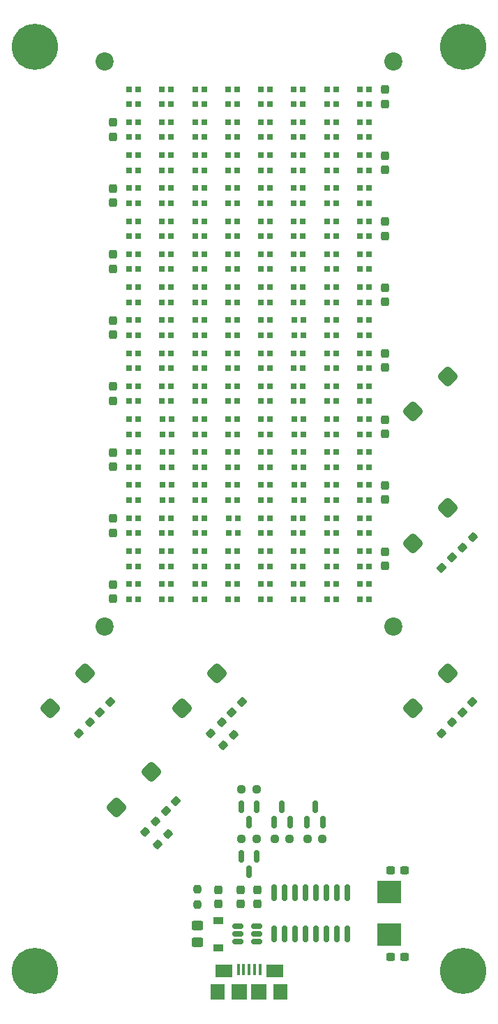
<source format=gbr>
%TF.GenerationSoftware,KiCad,Pcbnew,(6.0.7)*%
%TF.CreationDate,2022-10-06T21:29:34+03:00*%
%TF.ProjectId,ESP8266Tetris,45535038-3236-4365-9465-747269732e6b,1.0*%
%TF.SameCoordinates,Original*%
%TF.FileFunction,Soldermask,Top*%
%TF.FilePolarity,Negative*%
%FSLAX46Y46*%
G04 Gerber Fmt 4.6, Leading zero omitted, Abs format (unit mm)*
G04 Created by KiCad (PCBNEW (6.0.7)) date 2022-10-06 21:29:34*
%MOMM*%
%LPD*%
G01*
G04 APERTURE LIST*
G04 Aperture macros list*
%AMRoundRect*
0 Rectangle with rounded corners*
0 $1 Rounding radius*
0 $2 $3 $4 $5 $6 $7 $8 $9 X,Y pos of 4 corners*
0 Add a 4 corners polygon primitive as box body*
4,1,4,$2,$3,$4,$5,$6,$7,$8,$9,$2,$3,0*
0 Add four circle primitives for the rounded corners*
1,1,$1+$1,$2,$3*
1,1,$1+$1,$4,$5*
1,1,$1+$1,$6,$7*
1,1,$1+$1,$8,$9*
0 Add four rect primitives between the rounded corners*
20,1,$1+$1,$2,$3,$4,$5,0*
20,1,$1+$1,$4,$5,$6,$7,0*
20,1,$1+$1,$6,$7,$8,$9,0*
20,1,$1+$1,$8,$9,$2,$3,0*%
G04 Aperture macros list end*
%ADD10RoundRect,0.237500X0.237500X-0.300000X0.237500X0.300000X-0.237500X0.300000X-0.237500X-0.300000X0*%
%ADD11R,0.700000X0.700000*%
%ADD12RoundRect,0.237500X-0.250000X-0.237500X0.250000X-0.237500X0.250000X0.237500X-0.250000X0.237500X0*%
%ADD13C,2.200000*%
%ADD14RoundRect,0.237500X-0.237500X0.300000X-0.237500X-0.300000X0.237500X-0.300000X0.237500X0.300000X0*%
%ADD15RoundRect,0.237500X-0.044194X-0.380070X0.380070X0.044194X0.044194X0.380070X-0.380070X-0.044194X0*%
%ADD16RoundRect,0.237500X0.008839X0.344715X-0.344715X-0.008839X-0.008839X-0.344715X0.344715X0.008839X0*%
%ADD17RoundRect,0.150000X-0.512500X-0.150000X0.512500X-0.150000X0.512500X0.150000X-0.512500X0.150000X0*%
%ADD18R,0.400000X1.350000*%
%ADD19R,2.100000X1.600000*%
%ADD20R,1.800000X1.900000*%
%ADD21R,1.900000X1.900000*%
%ADD22RoundRect,0.150000X0.150000X-0.587500X0.150000X0.587500X-0.150000X0.587500X-0.150000X-0.587500X0*%
%ADD23RoundRect,0.500000X0.000000X-0.707107X0.707107X0.000000X0.000000X0.707107X-0.707107X0.000000X0*%
%ADD24RoundRect,0.250000X0.450000X-0.325000X0.450000X0.325000X-0.450000X0.325000X-0.450000X-0.325000X0*%
%ADD25RoundRect,0.237500X0.237500X-0.250000X0.237500X0.250000X-0.237500X0.250000X-0.237500X-0.250000X0*%
%ADD26C,5.600000*%
%ADD27RoundRect,0.150000X0.150000X-0.825000X0.150000X0.825000X-0.150000X0.825000X-0.150000X-0.825000X0*%
%ADD28RoundRect,0.237500X-0.300000X-0.237500X0.300000X-0.237500X0.300000X0.237500X-0.300000X0.237500X0*%
%ADD29RoundRect,0.150000X-0.150000X0.587500X-0.150000X-0.587500X0.150000X-0.587500X0.150000X0.587500X0*%
%ADD30RoundRect,0.237500X0.237500X-0.287500X0.237500X0.287500X-0.237500X0.287500X-0.237500X-0.287500X0*%
%ADD31RoundRect,0.237500X0.250000X0.237500X-0.250000X0.237500X-0.250000X-0.237500X0.250000X-0.237500X0*%
%ADD32R,3.000000X2.800000*%
%ADD33R,1.200000X0.900000*%
G04 APERTURE END LIST*
D10*
%TO.C,C19*%
X146490000Y-56862500D03*
X146490000Y-55137500D03*
%TD*%
D11*
%TO.C,D103*%
X144540000Y-95085000D03*
X143440000Y-95085000D03*
X143440000Y-96915000D03*
X144540000Y-96915000D03*
%TD*%
%TO.C,D43*%
X140540000Y-63085000D03*
X139440000Y-63085000D03*
X139440000Y-64915000D03*
X140540000Y-64915000D03*
%TD*%
%TO.C,D97*%
X143450000Y-84915000D03*
X144550000Y-84915000D03*
X144550000Y-83085000D03*
X143450000Y-83085000D03*
%TD*%
D12*
%TO.C,R7*%
X129087500Y-130000000D03*
X130912500Y-130000000D03*
%TD*%
D10*
%TO.C,C26*%
X146490000Y-96862500D03*
X146490000Y-95137500D03*
%TD*%
D11*
%TO.C,D7*%
X115440000Y-68915000D03*
X116540000Y-68915000D03*
X116540000Y-67085000D03*
X115440000Y-67085000D03*
%TD*%
%TO.C,D54*%
X127440000Y-60915000D03*
X128540000Y-60915000D03*
X128540000Y-59085000D03*
X127440000Y-59085000D03*
%TD*%
%TO.C,D86*%
X132550000Y-87085000D03*
X131450000Y-87085000D03*
X131450000Y-88915000D03*
X132550000Y-88915000D03*
%TD*%
%TO.C,D5*%
X115440000Y-52915000D03*
X116540000Y-52915000D03*
X116540000Y-51085000D03*
X115440000Y-51085000D03*
%TD*%
%TO.C,D6*%
X116540000Y-55085000D03*
X115440000Y-55085000D03*
X115440000Y-56915000D03*
X116540000Y-56915000D03*
%TD*%
%TO.C,D17*%
X127440000Y-52915000D03*
X128540000Y-52915000D03*
X128540000Y-51085000D03*
X127440000Y-51085000D03*
%TD*%
D13*
%TO.C,H6*%
X112500000Y-104250000D03*
%TD*%
D11*
%TO.C,D26*%
X136540000Y-55085000D03*
X135440000Y-55085000D03*
X135440000Y-56915000D03*
X136540000Y-56915000D03*
%TD*%
D14*
%TO.C,C28*%
X113490000Y-91137500D03*
X113490000Y-92862500D03*
%TD*%
D11*
%TO.C,D4*%
X116550000Y-39085000D03*
X115450000Y-39085000D03*
X115450000Y-40915000D03*
X116550000Y-40915000D03*
%TD*%
%TO.C,D34*%
X144540000Y-55085000D03*
X143440000Y-55085000D03*
X143440000Y-56915000D03*
X144540000Y-56915000D03*
%TD*%
D15*
%TO.C,C15*%
X119890120Y-126609880D03*
X121109880Y-125390120D03*
%TD*%
D11*
%TO.C,D118*%
X127525000Y-92915000D03*
X128625000Y-92915000D03*
X128625000Y-91085000D03*
X127525000Y-91085000D03*
%TD*%
D16*
%TO.C,R20*%
X126645235Y-115854765D03*
X125354765Y-117145235D03*
%TD*%
D11*
%TO.C,D28*%
X140540000Y-39085000D03*
X139440000Y-39085000D03*
X139440000Y-40915000D03*
X140540000Y-40915000D03*
%TD*%
D17*
%TO.C,D2*%
X128612500Y-140550000D03*
X128612500Y-141500000D03*
X128612500Y-142450000D03*
X130887500Y-142450000D03*
X130887500Y-141500000D03*
X130887500Y-140550000D03*
%TD*%
D11*
%TO.C,D127*%
X120540000Y-95085000D03*
X119440000Y-95085000D03*
X119440000Y-96915000D03*
X120540000Y-96915000D03*
%TD*%
%TO.C,D61*%
X120540000Y-47085000D03*
X119440000Y-47085000D03*
X119440000Y-48915000D03*
X120540000Y-48915000D03*
%TD*%
%TO.C,D51*%
X132540000Y-63085000D03*
X131440000Y-63085000D03*
X131440000Y-64915000D03*
X132540000Y-64915000D03*
%TD*%
%TO.C,D123*%
X124540000Y-95085000D03*
X123440000Y-95085000D03*
X123440000Y-96915000D03*
X124540000Y-96915000D03*
%TD*%
%TO.C,D79*%
X123440000Y-100915000D03*
X124540000Y-100915000D03*
X124540000Y-99085000D03*
X123440000Y-99085000D03*
%TD*%
%TO.C,D60*%
X119440000Y-44915000D03*
X120540000Y-44915000D03*
X120540000Y-43085000D03*
X119440000Y-43085000D03*
%TD*%
%TO.C,D108*%
X135440000Y-76915000D03*
X136540000Y-76915000D03*
X136540000Y-75085000D03*
X135440000Y-75085000D03*
%TD*%
%TO.C,D121*%
X124550000Y-79085000D03*
X123450000Y-79085000D03*
X123450000Y-80915000D03*
X124550000Y-80915000D03*
%TD*%
%TO.C,D112*%
X131440000Y-76915000D03*
X132540000Y-76915000D03*
X132540000Y-75085000D03*
X131440000Y-75085000D03*
%TD*%
%TO.C,D9*%
X119440000Y-52915000D03*
X120540000Y-52915000D03*
X120540000Y-51085000D03*
X119440000Y-51085000D03*
%TD*%
%TO.C,D23*%
X131450000Y-68915000D03*
X132550000Y-68915000D03*
X132550000Y-67085000D03*
X131450000Y-67085000D03*
%TD*%
D14*
%TO.C,C31*%
X113490000Y-99137500D03*
X113490000Y-100862500D03*
%TD*%
D11*
%TO.C,D71*%
X115450000Y-100915000D03*
X116550000Y-100915000D03*
X116550000Y-99085000D03*
X115450000Y-99085000D03*
%TD*%
D16*
%TO.C,R22*%
X118645235Y-127854765D03*
X117354765Y-129145235D03*
%TD*%
D14*
%TO.C,C25*%
X113490000Y-83137500D03*
X113490000Y-84862500D03*
%TD*%
D10*
%TO.C,C22*%
X146490000Y-40862500D03*
X146490000Y-39137500D03*
%TD*%
D11*
%TO.C,D29*%
X139440000Y-52915000D03*
X140540000Y-52915000D03*
X140540000Y-51085000D03*
X139440000Y-51085000D03*
%TD*%
D14*
%TO.C,C27*%
X113490000Y-51137500D03*
X113490000Y-52862500D03*
%TD*%
D11*
%TO.C,D58*%
X123440000Y-60915000D03*
X124540000Y-60915000D03*
X124540000Y-59085000D03*
X123440000Y-59085000D03*
%TD*%
%TO.C,D84*%
X132540000Y-71085000D03*
X131440000Y-71085000D03*
X131440000Y-72915000D03*
X132540000Y-72915000D03*
%TD*%
D13*
%TO.C,H7*%
X112500000Y-35750000D03*
%TD*%
D18*
%TO.C,J1*%
X128700000Y-145825000D03*
X129350000Y-145825000D03*
X130000000Y-145825000D03*
X130650000Y-145825000D03*
X131300000Y-145825000D03*
D19*
X133100000Y-145950000D03*
D20*
X126200000Y-148500000D03*
X133800000Y-148500000D03*
D21*
X128800000Y-148500000D03*
D19*
X126900000Y-145950000D03*
D21*
X131200000Y-148500000D03*
%TD*%
D11*
%TO.C,D36*%
X143440000Y-44915000D03*
X144540000Y-44915000D03*
X144540000Y-43085000D03*
X143440000Y-43085000D03*
%TD*%
D14*
%TO.C,C30*%
X113490000Y-59137500D03*
X113490000Y-60862500D03*
%TD*%
D11*
%TO.C,D95*%
X139440000Y-100915000D03*
X140540000Y-100915000D03*
X140540000Y-99085000D03*
X139440000Y-99085000D03*
%TD*%
%TO.C,D62*%
X119440000Y-60915000D03*
X120540000Y-60915000D03*
X120540000Y-59085000D03*
X119440000Y-59085000D03*
%TD*%
%TO.C,D107*%
X140540000Y-95085000D03*
X139440000Y-95085000D03*
X139440000Y-96915000D03*
X140540000Y-96915000D03*
%TD*%
%TO.C,D15*%
X123440000Y-68915000D03*
X124540000Y-68915000D03*
X124540000Y-67085000D03*
X123440000Y-67085000D03*
%TD*%
%TO.C,D111*%
X136540000Y-95085000D03*
X135440000Y-95085000D03*
X135440000Y-96915000D03*
X136540000Y-96915000D03*
%TD*%
%TO.C,D46*%
X135440000Y-60915000D03*
X136540000Y-60915000D03*
X136540000Y-59085000D03*
X135440000Y-59085000D03*
%TD*%
D13*
%TO.C,H5*%
X147500000Y-104250000D03*
%TD*%
D11*
%TO.C,D31*%
X139440000Y-68915000D03*
X140540000Y-68915000D03*
X140540000Y-67085000D03*
X139440000Y-67085000D03*
%TD*%
D22*
%TO.C,Q3*%
X133050000Y-127937500D03*
X134950000Y-127937500D03*
X134000000Y-126062500D03*
%TD*%
D15*
%TO.C,C16*%
X153390120Y-97109880D03*
X154609880Y-95890120D03*
%TD*%
D11*
%TO.C,D21*%
X131440000Y-52915000D03*
X132540000Y-52915000D03*
X132540000Y-51085000D03*
X131440000Y-51085000D03*
%TD*%
D23*
%TO.C,SW3*%
X121878680Y-114121320D03*
X126121320Y-109878680D03*
%TD*%
D11*
%TO.C,D114*%
X131440000Y-92915000D03*
X132540000Y-92915000D03*
X132540000Y-91085000D03*
X131440000Y-91085000D03*
%TD*%
%TO.C,D30*%
X140540000Y-55085000D03*
X139440000Y-55085000D03*
X139440000Y-56915000D03*
X140540000Y-56915000D03*
%TD*%
%TO.C,D100*%
X143440000Y-76915000D03*
X144540000Y-76915000D03*
X144540000Y-75085000D03*
X143440000Y-75085000D03*
%TD*%
%TO.C,D57*%
X124540000Y-47085000D03*
X123440000Y-47085000D03*
X123440000Y-48915000D03*
X124540000Y-48915000D03*
%TD*%
%TO.C,D106*%
X139440000Y-92915000D03*
X140540000Y-92915000D03*
X140540000Y-91085000D03*
X139440000Y-91085000D03*
%TD*%
D24*
%TO.C,D3*%
X123750000Y-142525000D03*
X123750000Y-140475000D03*
%TD*%
D11*
%TO.C,D44*%
X135440000Y-44915000D03*
X136540000Y-44915000D03*
X136540000Y-43085000D03*
X135440000Y-43085000D03*
%TD*%
D13*
%TO.C,H8*%
X147500000Y-35750000D03*
%TD*%
D11*
%TO.C,D49*%
X132540000Y-47085000D03*
X131440000Y-47085000D03*
X131440000Y-48915000D03*
X132540000Y-48915000D03*
%TD*%
%TO.C,D59*%
X124540000Y-63085000D03*
X123440000Y-63085000D03*
X123440000Y-64915000D03*
X124540000Y-64915000D03*
%TD*%
D10*
%TO.C,C21*%
X146490000Y-72862500D03*
X146490000Y-71137500D03*
%TD*%
D25*
%TO.C,R13*%
X123750000Y-137912500D03*
X123750000Y-136087500D03*
%TD*%
D11*
%TO.C,D72*%
X120540000Y-71085000D03*
X119440000Y-71085000D03*
X119440000Y-72915000D03*
X120540000Y-72915000D03*
%TD*%
D14*
%TO.C,C29*%
X113490000Y-67137500D03*
X113490000Y-68862500D03*
%TD*%
D26*
%TO.C,H3*%
X104000000Y-146000000D03*
%TD*%
D27*
%TO.C,U1*%
X133055000Y-141475000D03*
X134325000Y-141475000D03*
X135595000Y-141475000D03*
X136865000Y-141475000D03*
X138135000Y-141475000D03*
X139405000Y-141475000D03*
X140675000Y-141475000D03*
X141945000Y-141475000D03*
X141945000Y-136525000D03*
X140675000Y-136525000D03*
X139405000Y-136525000D03*
X138135000Y-136525000D03*
X136865000Y-136525000D03*
X135595000Y-136525000D03*
X134325000Y-136525000D03*
X133055000Y-136525000D03*
%TD*%
D11*
%TO.C,D10*%
X120540000Y-55085000D03*
X119440000Y-55085000D03*
X119440000Y-56915000D03*
X120540000Y-56915000D03*
%TD*%
%TO.C,D129*%
X116550000Y-79085000D03*
X115450000Y-79085000D03*
X115450000Y-80915000D03*
X116550000Y-80915000D03*
%TD*%
%TO.C,D96*%
X144540000Y-71085000D03*
X143440000Y-71085000D03*
X143440000Y-72915000D03*
X144540000Y-72915000D03*
%TD*%
%TO.C,D37*%
X144540000Y-47085000D03*
X143440000Y-47085000D03*
X143440000Y-48915000D03*
X144540000Y-48915000D03*
%TD*%
D28*
%TO.C,C1*%
X147137500Y-133750000D03*
X148862500Y-133750000D03*
%TD*%
D11*
%TO.C,D122*%
X123440000Y-92915000D03*
X124540000Y-92915000D03*
X124540000Y-91085000D03*
X123440000Y-91085000D03*
%TD*%
%TO.C,D41*%
X140540000Y-47085000D03*
X139440000Y-47085000D03*
X139440000Y-48915000D03*
X140540000Y-48915000D03*
%TD*%
D16*
%TO.C,R19*%
X154645235Y-115854765D03*
X153354765Y-117145235D03*
%TD*%
D11*
%TO.C,D119*%
X128540000Y-95085000D03*
X127440000Y-95085000D03*
X127440000Y-96915000D03*
X128540000Y-96915000D03*
%TD*%
%TO.C,D120*%
X123440000Y-76915000D03*
X124540000Y-76915000D03*
X124540000Y-75085000D03*
X123440000Y-75085000D03*
%TD*%
%TO.C,D20*%
X132540000Y-39085000D03*
X131440000Y-39085000D03*
X131440000Y-40915000D03*
X132540000Y-40915000D03*
%TD*%
%TO.C,D67*%
X116540000Y-63085000D03*
X115440000Y-63085000D03*
X115440000Y-64915000D03*
X116540000Y-64915000D03*
%TD*%
D23*
%TO.C,SW4*%
X113878680Y-126121320D03*
X118121320Y-121878680D03*
%TD*%
D11*
%TO.C,D115*%
X132540000Y-95085000D03*
X131440000Y-95085000D03*
X131440000Y-96915000D03*
X132540000Y-96915000D03*
%TD*%
%TO.C,D32*%
X144550000Y-39085000D03*
X143450000Y-39085000D03*
X143450000Y-40915000D03*
X144550000Y-40915000D03*
%TD*%
%TO.C,D109*%
X136550000Y-79085000D03*
X135450000Y-79085000D03*
X135450000Y-80915000D03*
X136550000Y-80915000D03*
%TD*%
%TO.C,D55*%
X128540000Y-63085000D03*
X127440000Y-63085000D03*
X127440000Y-64915000D03*
X128540000Y-64915000D03*
%TD*%
D12*
%TO.C,R17*%
X133087500Y-130000000D03*
X134912500Y-130000000D03*
%TD*%
D11*
%TO.C,D93*%
X139450000Y-84915000D03*
X140550000Y-84915000D03*
X140550000Y-83085000D03*
X139450000Y-83085000D03*
%TD*%
D10*
%TO.C,C17*%
X146490000Y-88862500D03*
X146490000Y-87137500D03*
%TD*%
D11*
%TO.C,D75*%
X119440000Y-100915000D03*
X120540000Y-100915000D03*
X120540000Y-99085000D03*
X119440000Y-99085000D03*
%TD*%
%TO.C,D76*%
X124540000Y-71085000D03*
X123440000Y-71085000D03*
X123440000Y-72915000D03*
X124540000Y-72915000D03*
%TD*%
%TO.C,D48*%
X131440000Y-44915000D03*
X132540000Y-44915000D03*
X132540000Y-43085000D03*
X131440000Y-43085000D03*
%TD*%
D15*
%TO.C,C13*%
X111890120Y-114609880D03*
X113109880Y-113390120D03*
%TD*%
D11*
%TO.C,D63*%
X120540000Y-63085000D03*
X119440000Y-63085000D03*
X119440000Y-64915000D03*
X120540000Y-64915000D03*
%TD*%
D14*
%TO.C,C32*%
X113490000Y-75137500D03*
X113490000Y-76862500D03*
%TD*%
D11*
%TO.C,D11*%
X119440000Y-68915000D03*
X120540000Y-68915000D03*
X120540000Y-67085000D03*
X119440000Y-67085000D03*
%TD*%
D29*
%TO.C,Q1*%
X130950000Y-126062500D03*
X129050000Y-126062500D03*
X130000000Y-127937500D03*
%TD*%
D11*
%TO.C,D88*%
X136540000Y-71085000D03*
X135440000Y-71085000D03*
X135440000Y-72915000D03*
X136540000Y-72915000D03*
%TD*%
%TO.C,D94*%
X140550000Y-87085000D03*
X139450000Y-87085000D03*
X139450000Y-88915000D03*
X140550000Y-88915000D03*
%TD*%
D23*
%TO.C,SW1*%
X149878680Y-114121320D03*
X154121320Y-109878680D03*
%TD*%
D11*
%TO.C,D125*%
X120550000Y-79085000D03*
X119450000Y-79085000D03*
X119450000Y-80915000D03*
X120550000Y-80915000D03*
%TD*%
D23*
%TO.C,SW6*%
X149878680Y-78121320D03*
X154121320Y-73878680D03*
%TD*%
D11*
%TO.C,D22*%
X132540000Y-55085000D03*
X131440000Y-55085000D03*
X131440000Y-56915000D03*
X132540000Y-56915000D03*
%TD*%
D10*
%TO.C,C23*%
X146490000Y-80862500D03*
X146490000Y-79137500D03*
%TD*%
D22*
%TO.C,Q4*%
X137050000Y-127937500D03*
X138950000Y-127937500D03*
X138000000Y-126062500D03*
%TD*%
D11*
%TO.C,D33*%
X143440000Y-52915000D03*
X144540000Y-52915000D03*
X144540000Y-51085000D03*
X143440000Y-51085000D03*
%TD*%
D16*
%TO.C,R30*%
X120145235Y-129354765D03*
X118854765Y-130645235D03*
%TD*%
D11*
%TO.C,D104*%
X139440000Y-76915000D03*
X140540000Y-76915000D03*
X140540000Y-75085000D03*
X139440000Y-75085000D03*
%TD*%
%TO.C,D18*%
X128540000Y-55085000D03*
X127440000Y-55085000D03*
X127440000Y-56915000D03*
X128540000Y-56915000D03*
%TD*%
%TO.C,D65*%
X116540000Y-47085000D03*
X115440000Y-47085000D03*
X115440000Y-48915000D03*
X116540000Y-48915000D03*
%TD*%
%TO.C,D74*%
X120550000Y-87085000D03*
X119450000Y-87085000D03*
X119450000Y-88915000D03*
X120550000Y-88915000D03*
%TD*%
%TO.C,D47*%
X136540000Y-63085000D03*
X135440000Y-63085000D03*
X135440000Y-64915000D03*
X136540000Y-64915000D03*
%TD*%
%TO.C,D24*%
X136540000Y-39085000D03*
X135440000Y-39085000D03*
X135440000Y-40915000D03*
X136540000Y-40915000D03*
%TD*%
%TO.C,D69*%
X115450000Y-84915000D03*
X116550000Y-84915000D03*
X116550000Y-83085000D03*
X115450000Y-83085000D03*
%TD*%
%TO.C,D13*%
X123440000Y-52915000D03*
X124540000Y-52915000D03*
X124540000Y-51085000D03*
X123440000Y-51085000D03*
%TD*%
%TO.C,D78*%
X124550000Y-87085000D03*
X123450000Y-87085000D03*
X123450000Y-88915000D03*
X124550000Y-88915000D03*
%TD*%
%TO.C,D85*%
X131450000Y-84915000D03*
X132550000Y-84915000D03*
X132550000Y-83085000D03*
X131450000Y-83085000D03*
%TD*%
%TO.C,D87*%
X131440000Y-100915000D03*
X132540000Y-100915000D03*
X132540000Y-99085000D03*
X131440000Y-99085000D03*
%TD*%
%TO.C,D19*%
X127450000Y-68915000D03*
X128550000Y-68915000D03*
X128550000Y-67085000D03*
X127450000Y-67085000D03*
%TD*%
%TO.C,D73*%
X119450000Y-84915000D03*
X120550000Y-84915000D03*
X120550000Y-83085000D03*
X119450000Y-83085000D03*
%TD*%
%TO.C,D40*%
X139440000Y-44915000D03*
X140540000Y-44915000D03*
X140540000Y-43085000D03*
X139440000Y-43085000D03*
%TD*%
%TO.C,D70*%
X116550000Y-87085000D03*
X115450000Y-87085000D03*
X115450000Y-88915000D03*
X116550000Y-88915000D03*
%TD*%
%TO.C,D101*%
X144550000Y-79085000D03*
X143450000Y-79085000D03*
X143450000Y-80915000D03*
X144550000Y-80915000D03*
%TD*%
%TO.C,D14*%
X124540000Y-55085000D03*
X123440000Y-55085000D03*
X123440000Y-56915000D03*
X124540000Y-56915000D03*
%TD*%
%TO.C,D27*%
X135450000Y-68915000D03*
X136550000Y-68915000D03*
X136550000Y-67085000D03*
X135450000Y-67085000D03*
%TD*%
%TO.C,D130*%
X115440000Y-92915000D03*
X116540000Y-92915000D03*
X116540000Y-91085000D03*
X115440000Y-91085000D03*
%TD*%
D29*
%TO.C,Q2*%
X130950000Y-132062500D03*
X129050000Y-132062500D03*
X130000000Y-133937500D03*
%TD*%
D11*
%TO.C,D82*%
X128550000Y-87085000D03*
X127450000Y-87085000D03*
X127450000Y-88915000D03*
X128550000Y-88915000D03*
%TD*%
%TO.C,D131*%
X116540000Y-95085000D03*
X115440000Y-95085000D03*
X115440000Y-96915000D03*
X116540000Y-96915000D03*
%TD*%
%TO.C,D56*%
X123440000Y-44915000D03*
X124540000Y-44915000D03*
X124540000Y-43085000D03*
X123440000Y-43085000D03*
%TD*%
%TO.C,D126*%
X119440000Y-92915000D03*
X120540000Y-92915000D03*
X120540000Y-91085000D03*
X119440000Y-91085000D03*
%TD*%
D28*
%TO.C,C2*%
X147137500Y-144250000D03*
X148862500Y-144250000D03*
%TD*%
D30*
%TO.C,FB1*%
X126250000Y-137875000D03*
X126250000Y-136125000D03*
%TD*%
D11*
%TO.C,D90*%
X136550000Y-87085000D03*
X135450000Y-87085000D03*
X135450000Y-88915000D03*
X136550000Y-88915000D03*
%TD*%
D31*
%TO.C,R1*%
X130912500Y-124000000D03*
X129087500Y-124000000D03*
%TD*%
%TO.C,R15*%
X138912500Y-130000000D03*
X137087500Y-130000000D03*
%TD*%
D32*
%TO.C,Y1*%
X147000000Y-136400000D03*
X147000000Y-141600000D03*
%TD*%
D11*
%TO.C,D113*%
X132550000Y-79085000D03*
X131450000Y-79085000D03*
X131450000Y-80915000D03*
X132550000Y-80915000D03*
%TD*%
%TO.C,D52*%
X127440000Y-44915000D03*
X128540000Y-44915000D03*
X128540000Y-43085000D03*
X127440000Y-43085000D03*
%TD*%
D16*
%TO.C,R28*%
X128145235Y-117354765D03*
X126854765Y-118645235D03*
%TD*%
D11*
%TO.C,D83*%
X127440000Y-100915000D03*
X128540000Y-100915000D03*
X128540000Y-99085000D03*
X127440000Y-99085000D03*
%TD*%
%TO.C,D117*%
X128550000Y-79085000D03*
X127450000Y-79085000D03*
X127450000Y-80915000D03*
X128550000Y-80915000D03*
%TD*%
D23*
%TO.C,SW2*%
X105878680Y-114121320D03*
X110121320Y-109878680D03*
%TD*%
D11*
%TO.C,D42*%
X139440000Y-60915000D03*
X140540000Y-60915000D03*
X140540000Y-59085000D03*
X139440000Y-59085000D03*
%TD*%
%TO.C,D89*%
X135450000Y-84915000D03*
X136550000Y-84915000D03*
X136550000Y-83085000D03*
X135450000Y-83085000D03*
%TD*%
%TO.C,D16*%
X128540000Y-39085000D03*
X127440000Y-39085000D03*
X127440000Y-40915000D03*
X128540000Y-40915000D03*
%TD*%
D26*
%TO.C,H4*%
X156000000Y-146000000D03*
%TD*%
%TO.C,H2*%
X156000000Y-34000000D03*
%TD*%
D33*
%TO.C,D1*%
X126250000Y-139850000D03*
X126250000Y-143150000D03*
%TD*%
D11*
%TO.C,D116*%
X127440000Y-76915000D03*
X128540000Y-76915000D03*
X128540000Y-75085000D03*
X127440000Y-75085000D03*
%TD*%
%TO.C,D12*%
X124540000Y-39085000D03*
X123440000Y-39085000D03*
X123440000Y-40915000D03*
X124540000Y-40915000D03*
%TD*%
D14*
%TO.C,C6*%
X129000000Y-136137500D03*
X129000000Y-137862500D03*
%TD*%
D11*
%TO.C,D25*%
X135440000Y-52915000D03*
X136540000Y-52915000D03*
X136540000Y-51085000D03*
X135440000Y-51085000D03*
%TD*%
%TO.C,D64*%
X115440000Y-44915000D03*
X116540000Y-44915000D03*
X116540000Y-43085000D03*
X115440000Y-43085000D03*
%TD*%
%TO.C,D35*%
X143440000Y-68915000D03*
X144540000Y-68915000D03*
X144540000Y-67085000D03*
X143440000Y-67085000D03*
%TD*%
%TO.C,D45*%
X136540000Y-47085000D03*
X135440000Y-47085000D03*
X135440000Y-48915000D03*
X136540000Y-48915000D03*
%TD*%
D26*
%TO.C,H1*%
X104000000Y-34000000D03*
%TD*%
D11*
%TO.C,D53*%
X128540000Y-47085000D03*
X127440000Y-47085000D03*
X127440000Y-48915000D03*
X128540000Y-48915000D03*
%TD*%
D14*
%TO.C,C18*%
X113490000Y-43137500D03*
X113490000Y-44862500D03*
%TD*%
D11*
%TO.C,D66*%
X115440000Y-60915000D03*
X116540000Y-60915000D03*
X116540000Y-59085000D03*
X115440000Y-59085000D03*
%TD*%
D23*
%TO.C,SW5*%
X149878680Y-94121320D03*
X154121320Y-89878680D03*
%TD*%
D11*
%TO.C,D91*%
X135440000Y-100915000D03*
X136540000Y-100915000D03*
X136540000Y-99085000D03*
X135440000Y-99085000D03*
%TD*%
%TO.C,D98*%
X144550000Y-87085000D03*
X143450000Y-87085000D03*
X143450000Y-88915000D03*
X144550000Y-88915000D03*
%TD*%
%TO.C,D77*%
X123450000Y-84915000D03*
X124550000Y-84915000D03*
X124550000Y-83085000D03*
X123450000Y-83085000D03*
%TD*%
%TO.C,D110*%
X135440000Y-92915000D03*
X136540000Y-92915000D03*
X136540000Y-91085000D03*
X135440000Y-91085000D03*
%TD*%
D10*
%TO.C,C20*%
X146490000Y-48862500D03*
X146490000Y-47137500D03*
%TD*%
D11*
%TO.C,D80*%
X128540000Y-71085000D03*
X127440000Y-71085000D03*
X127440000Y-72915000D03*
X128540000Y-72915000D03*
%TD*%
D15*
%TO.C,C12*%
X155890120Y-114609880D03*
X157109880Y-113390120D03*
%TD*%
D11*
%TO.C,D81*%
X127450000Y-84915000D03*
X128550000Y-84915000D03*
X128550000Y-83085000D03*
X127450000Y-83085000D03*
%TD*%
%TO.C,D39*%
X144540000Y-63085000D03*
X143440000Y-63085000D03*
X143440000Y-64915000D03*
X144540000Y-64915000D03*
%TD*%
D14*
%TO.C,C7*%
X131000000Y-136137500D03*
X131000000Y-137862500D03*
%TD*%
D11*
%TO.C,D50*%
X131440000Y-60915000D03*
X132540000Y-60915000D03*
X132540000Y-59085000D03*
X131440000Y-59085000D03*
%TD*%
%TO.C,D102*%
X143440000Y-92915000D03*
X144540000Y-92915000D03*
X144540000Y-91085000D03*
X143440000Y-91085000D03*
%TD*%
%TO.C,D8*%
X120540000Y-39085000D03*
X119440000Y-39085000D03*
X119440000Y-40915000D03*
X120540000Y-40915000D03*
%TD*%
%TO.C,D105*%
X140550000Y-79085000D03*
X139450000Y-79085000D03*
X139450000Y-80915000D03*
X140550000Y-80915000D03*
%TD*%
D10*
%TO.C,C24*%
X146490000Y-64862500D03*
X146490000Y-63137500D03*
%TD*%
D15*
%TO.C,C14*%
X127890120Y-114609880D03*
X129109880Y-113390120D03*
%TD*%
D11*
%TO.C,D38*%
X143440000Y-60915000D03*
X144540000Y-60915000D03*
X144540000Y-59085000D03*
X143440000Y-59085000D03*
%TD*%
%TO.C,D68*%
X116540000Y-71085000D03*
X115440000Y-71085000D03*
X115440000Y-72915000D03*
X116540000Y-72915000D03*
%TD*%
%TO.C,D92*%
X140540000Y-71085000D03*
X139440000Y-71085000D03*
X139440000Y-72915000D03*
X140540000Y-72915000D03*
%TD*%
%TO.C,D128*%
X115440000Y-76915000D03*
X116540000Y-76915000D03*
X116540000Y-75085000D03*
X115440000Y-75085000D03*
%TD*%
%TO.C,D124*%
X119440000Y-76915000D03*
X120540000Y-76915000D03*
X120540000Y-75085000D03*
X119440000Y-75085000D03*
%TD*%
D16*
%TO.C,R33*%
X157145235Y-93354765D03*
X155854765Y-94645235D03*
%TD*%
%TO.C,R18*%
X110645235Y-115854765D03*
X109354765Y-117145235D03*
%TD*%
D11*
%TO.C,D99*%
X143450000Y-100915000D03*
X144550000Y-100915000D03*
X144550000Y-99085000D03*
X143450000Y-99085000D03*
%TD*%
M02*

</source>
